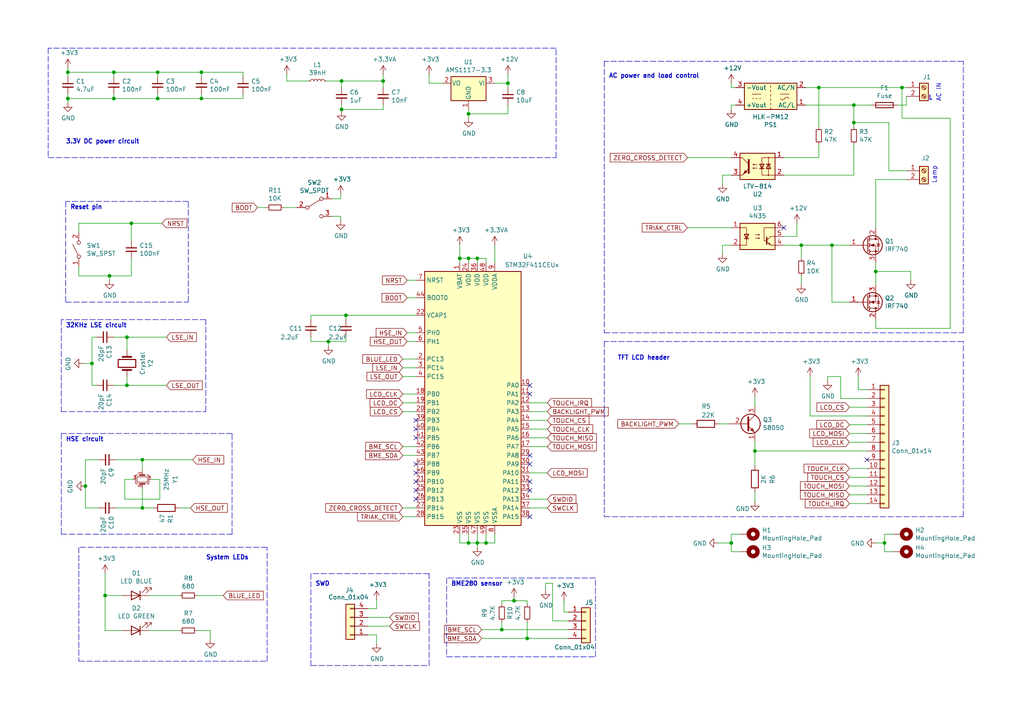
<source format=kicad_sch>
(kicad_sch (version 20211123) (generator eeschema)
  (paper "A4")
  (junction (at 58.42 20.955))
  (junction (at 36.83 97.79))
  (junction (at 256.54 157.48))
  (junction (at 247.65 35.56))
  (junction (at 45.72 20.955))
  (junction (at 95.25 99.06))
  (junction (at 41.275 147.32))
  (junction (at 261.62 25.4))
  (junction (at 133.35 74.93))
  (junction (at 138.43 74.93))
  (junction (at 212.09 157.48))
  (junction (at 36.83 111.76))
  (junction (at 145.542 182.626))
  (junction (at 33.02 28.575))
  (junction (at 237.49 25.4))
  (junction (at 30.48 172.72))
  (junction (at 99.06 31.75))
  (junction (at 152.908 185.166))
  (junction (at 232.41 71.12))
  (junction (at 58.42 28.575))
  (junction (at 138.43 157.48))
  (junction (at 147.32 24.13))
  (junction (at 241.3 71.12))
  (junction (at 99.06 23.495))
  (junction (at 254 78.74))
  (junction (at 24.765 140.97))
  (junction (at 135.89 33.02))
  (junction (at 31.75 80.01))
  (junction (at 100.33 91.44))
  (junction (at 140.97 157.48))
  (junction (at 111.125 23.495))
  (junction (at 149.098 174.244))
  (junction (at 33.02 20.955))
  (junction (at 135.89 74.93))
  (junction (at 19.685 20.955))
  (junction (at 218.948 130.81))
  (junction (at 135.89 157.48))
  (junction (at 26.67 105.41))
  (junction (at 19.685 28.575))
  (junction (at 247.65 30.48))
  (junction (at 45.72 28.575))
  (junction (at 38.1 64.77))
  (junction (at 41.275 133.35))
  (no_connect (at 120.65 137.16))
  (no_connect (at 153.67 142.24))
  (no_connect (at 227.33 66.04))
  (no_connect (at 120.65 142.24))
  (no_connect (at 120.65 144.78))
  (no_connect (at 251.46 133.35))
  (no_connect (at 153.67 149.86))
  (no_connect (at 153.67 132.08))
  (no_connect (at 153.67 134.62))
  (no_connect (at 120.65 139.7))
  (no_connect (at 153.67 114.3))
  (no_connect (at 153.67 139.7))
  (no_connect (at 120.65 124.46))
  (no_connect (at 153.67 111.76))
  (no_connect (at 120.65 127))
  (no_connect (at 120.65 134.62))
  (no_connect (at 120.65 121.92))
  (polyline (pts (xy 67.31 154.94) (xy 67.31 125.73)))
  (wire (pts (xy 46.355 139.065) (xy 46.355 144.78)))
  (wire (pts (xy 43.815 139.065) (xy 46.355 139.065)))
  (wire (pts (xy 26.67 111.76) (xy 26.67 105.41)))
  (wire (pts (xy 196.85 122.936) (xy 200.914 122.936)))
  (wire (pts (xy 99.06 23.495) (xy 94.615 23.495)))
  (wire (pts (xy 212.09 66.04) (xy 199.39 66.04)))
  (wire (pts (xy 256.54 160.02) (xy 256.54 157.48)))
  (wire (pts (xy 209.55 50.8) (xy 209.55 53.34)))
  (wire (pts (xy 45.72 20.955) (xy 33.02 20.955)))
  (wire (pts (xy 145.542 174.244) (xy 145.542 175.26)))
  (wire (pts (xy 52.07 182.88) (xy 43.18 182.88)))
  (wire (pts (xy 158.75 124.46) (xy 153.67 124.46)))
  (wire (pts (xy 231.14 68.58) (xy 231.14 64.77)))
  (wire (pts (xy 111.125 31.75) (xy 99.06 31.75)))
  (wire (pts (xy 247.65 41.91) (xy 247.65 50.8)))
  (wire (pts (xy 153.67 144.78) (xy 158.75 144.78)))
  (wire (pts (xy 237.49 36.83) (xy 237.49 25.4)))
  (polyline (pts (xy 17.78 125.73) (xy 17.78 154.94)))
  (wire (pts (xy 52.07 147.32) (xy 55.245 147.32)))
  (wire (pts (xy 254 76.2) (xy 254 78.74)))
  (wire (pts (xy 262.89 49.53) (xy 257.81 49.53)))
  (wire (pts (xy 251.46 118.11) (xy 246.38 118.11)))
  (wire (pts (xy 251.46 125.73) (xy 246.38 125.73)))
  (wire (pts (xy 100.33 92.71) (xy 100.33 91.44)))
  (wire (pts (xy 153.67 116.84) (xy 158.75 116.84)))
  (wire (pts (xy 218.948 130.81) (xy 218.948 135.128)))
  (wire (pts (xy 33.655 133.35) (xy 41.275 133.35)))
  (polyline (pts (xy 279.4 96.52) (xy 279.4 17.78)))
  (wire (pts (xy 147.32 25.4) (xy 147.32 24.13)))
  (wire (pts (xy 275.59 95.25) (xy 275.59 34.29)))
  (wire (pts (xy 227.33 68.58) (xy 231.14 68.58)))
  (polyline (pts (xy 279.4 149.86) (xy 279.4 99.06)))
  (polyline (pts (xy 172.72 167.64) (xy 129.54 167.64)))
  (polyline (pts (xy 77.47 158.75) (xy 22.86 158.75)))
  (wire (pts (xy 251.46 115.57) (xy 243.84 115.57)))
  (polyline (pts (xy 19.05 87.63) (xy 54.61 87.63)))
  (wire (pts (xy 120.65 99.06) (xy 118.11 99.06)))
  (wire (pts (xy 19.685 22.225) (xy 19.685 20.955)))
  (wire (pts (xy 89.535 23.495) (xy 83.185 23.495)))
  (wire (pts (xy 109.22 176.53) (xy 109.22 173.99)))
  (wire (pts (xy 46.355 144.78) (xy 36.195 144.78)))
  (wire (pts (xy 135.89 34.29) (xy 135.89 33.02)))
  (wire (pts (xy 164.846 180.086) (xy 160.274 180.086)))
  (wire (pts (xy 35.56 182.88) (xy 30.48 182.88)))
  (polyline (pts (xy 90.17 193.04) (xy 124.46 193.04)))
  (wire (pts (xy 100.33 91.44) (xy 90.17 91.44)))
  (wire (pts (xy 232.41 82.55) (xy 232.41 80.01)))
  (polyline (pts (xy 175.26 99.06) (xy 175.26 149.86)))
  (wire (pts (xy 133.35 74.93) (xy 133.35 71.12)))
  (wire (pts (xy 212.09 160.02) (xy 212.09 157.48)))
  (wire (pts (xy 139.7 185.166) (xy 152.908 185.166)))
  (wire (pts (xy 251.46 123.19) (xy 246.38 123.19)))
  (polyline (pts (xy 59.69 119.38) (xy 59.69 92.71)))
  (wire (pts (xy 90.17 91.44) (xy 90.17 92.71)))
  (wire (pts (xy 111.125 30.48) (xy 111.125 31.75)))
  (wire (pts (xy 254 92.71) (xy 254 95.25)))
  (wire (pts (xy 135.89 74.93) (xy 133.35 74.93)))
  (wire (pts (xy 99.06 25.4) (xy 99.06 23.495)))
  (wire (pts (xy 19.685 28.575) (xy 19.685 27.305)))
  (wire (pts (xy 251.46 143.51) (xy 246.38 143.51)))
  (wire (pts (xy 227.33 71.12) (xy 232.41 71.12)))
  (polyline (pts (xy 13.97 13.97) (xy 13.97 45.72)))
  (wire (pts (xy 247.65 50.8) (xy 227.33 50.8)))
  (wire (pts (xy 213.36 25.4) (xy 212.09 25.4)))
  (wire (pts (xy 247.65 30.48) (xy 252.73 30.48)))
  (wire (pts (xy 106.68 184.15) (xy 109.22 184.15)))
  (polyline (pts (xy 175.26 17.78) (xy 175.26 96.52)))
  (wire (pts (xy 33.02 28.575) (xy 19.685 28.575)))
  (polyline (pts (xy 279.4 17.78) (xy 175.26 17.78)))
  (wire (pts (xy 120.65 119.38) (xy 116.84 119.38)))
  (polyline (pts (xy 279.4 99.06) (xy 175.26 99.06)))
  (wire (pts (xy 120.65 129.54) (xy 116.84 129.54)))
  (wire (pts (xy 214.63 160.02) (xy 212.09 160.02)))
  (wire (pts (xy 111.125 21.59) (xy 111.125 23.495)))
  (wire (pts (xy 212.09 157.48) (xy 212.09 154.94)))
  (wire (pts (xy 60.96 182.88) (xy 60.96 185.42)))
  (wire (pts (xy 30.48 182.88) (xy 30.48 172.72)))
  (wire (pts (xy 82.296 60.198) (xy 86.106 60.198)))
  (polyline (pts (xy 54.61 87.63) (xy 54.61 58.42)))
  (wire (pts (xy 158.75 121.92) (xy 153.67 121.92)))
  (wire (pts (xy 38.1 69.85) (xy 38.1 64.77)))
  (wire (pts (xy 251.46 113.03) (xy 248.92 113.03)))
  (wire (pts (xy 120.65 147.32) (xy 116.84 147.32)))
  (wire (pts (xy 218.948 128.016) (xy 218.948 130.81)))
  (wire (pts (xy 218.948 115.062) (xy 218.948 117.856)))
  (wire (pts (xy 152.908 174.244) (xy 149.098 174.244)))
  (wire (pts (xy 45.72 28.575) (xy 33.02 28.575)))
  (wire (pts (xy 254 52.07) (xy 254 66.04)))
  (wire (pts (xy 111.125 23.495) (xy 99.06 23.495)))
  (wire (pts (xy 95.25 99.06) (xy 95.25 100.33)))
  (wire (pts (xy 237.49 41.91) (xy 237.49 45.72)))
  (wire (pts (xy 138.43 76.2) (xy 138.43 74.93)))
  (wire (pts (xy 46.99 64.77) (xy 38.1 64.77)))
  (polyline (pts (xy 54.61 58.42) (xy 19.05 58.42)))
  (wire (pts (xy 38.1 64.77) (xy 22.86 64.77)))
  (wire (pts (xy 140.97 74.93) (xy 138.43 74.93)))
  (wire (pts (xy 36.195 139.065) (xy 38.735 139.065)))
  (wire (pts (xy 58.42 27.305) (xy 58.42 28.575)))
  (wire (pts (xy 90.17 97.79) (xy 90.17 99.06)))
  (wire (pts (xy 33.655 147.32) (xy 41.275 147.32)))
  (polyline (pts (xy 22.86 191.77) (xy 77.47 191.77)))
  (polyline (pts (xy 77.47 191.77) (xy 77.47 158.75)))
  (wire (pts (xy 33.02 20.955) (xy 19.685 20.955)))
  (wire (pts (xy 261.62 34.29) (xy 261.62 25.4)))
  (wire (pts (xy 120.65 96.52) (xy 118.11 96.52)))
  (polyline (pts (xy 129.54 190.5) (xy 172.72 190.5)))
  (wire (pts (xy 147.32 33.02) (xy 135.89 33.02)))
  (wire (pts (xy 48.26 111.76) (xy 36.83 111.76)))
  (wire (pts (xy 120.65 86.36) (xy 118.11 86.36)))
  (wire (pts (xy 138.43 158.75) (xy 138.43 157.48)))
  (wire (pts (xy 31.75 80.01) (xy 31.75 81.28)))
  (wire (pts (xy 58.42 22.225) (xy 58.42 20.955)))
  (wire (pts (xy 140.97 157.48) (xy 143.51 157.48)))
  (polyline (pts (xy 129.54 167.64) (xy 129.54 190.5)))
  (wire (pts (xy 120.65 116.84) (xy 116.84 116.84)))
  (wire (pts (xy 257.81 35.56) (xy 247.65 35.56)))
  (polyline (pts (xy 175.26 149.86) (xy 279.4 149.86)))
  (wire (pts (xy 246.38 71.12) (xy 241.3 71.12)))
  (wire (pts (xy 120.65 106.68) (xy 116.84 106.68)))
  (wire (pts (xy 22.86 64.77) (xy 22.86 67.31)))
  (polyline (pts (xy 17.78 119.38) (xy 59.69 119.38)))
  (wire (pts (xy 24.13 105.41) (xy 26.67 105.41)))
  (wire (pts (xy 212.09 154.94) (xy 214.63 154.94)))
  (wire (pts (xy 152.908 185.166) (xy 164.846 185.166)))
  (wire (pts (xy 247.65 35.56) (xy 247.65 30.48)))
  (wire (pts (xy 140.97 154.94) (xy 140.97 157.48)))
  (wire (pts (xy 19.685 20.955) (xy 19.685 19.685)))
  (wire (pts (xy 38.1 74.93) (xy 38.1 80.01)))
  (wire (pts (xy 232.41 71.12) (xy 241.3 71.12)))
  (wire (pts (xy 251.46 130.81) (xy 218.948 130.81)))
  (wire (pts (xy 262.89 27.94) (xy 262.89 30.48)))
  (wire (pts (xy 70.485 20.955) (xy 58.42 20.955)))
  (wire (pts (xy 212.09 50.8) (xy 209.55 50.8)))
  (polyline (pts (xy 17.78 92.71) (xy 17.78 119.38)))
  (wire (pts (xy 260.35 30.48) (xy 262.89 30.48)))
  (wire (pts (xy 58.42 28.575) (xy 45.72 28.575)))
  (wire (pts (xy 218.948 145.542) (xy 218.948 142.748)))
  (wire (pts (xy 106.68 176.53) (xy 109.22 176.53)))
  (wire (pts (xy 251.46 138.43) (xy 246.38 138.43)))
  (wire (pts (xy 145.542 182.626) (xy 164.846 182.626)))
  (wire (pts (xy 26.67 97.79) (xy 27.94 97.79)))
  (wire (pts (xy 135.89 76.2) (xy 135.89 74.93)))
  (wire (pts (xy 48.26 97.79) (xy 36.83 97.79)))
  (wire (pts (xy 212.09 45.72) (xy 199.39 45.72)))
  (wire (pts (xy 83.185 23.495) (xy 83.185 21.59)))
  (wire (pts (xy 213.36 30.48) (xy 212.09 30.48)))
  (wire (pts (xy 237.49 25.4) (xy 261.62 25.4)))
  (wire (pts (xy 70.485 27.305) (xy 70.485 28.575)))
  (polyline (pts (xy 124.46 166.37) (xy 90.17 166.37)))
  (wire (pts (xy 254 95.25) (xy 275.59 95.25)))
  (wire (pts (xy 164.846 177.546) (xy 163.576 177.546)))
  (wire (pts (xy 243.84 109.22) (xy 240.03 109.22)))
  (wire (pts (xy 133.35 76.2) (xy 133.35 74.93)))
  (wire (pts (xy 35.56 172.72) (xy 30.48 172.72)))
  (wire (pts (xy 124.46 24.13) (xy 124.46 21.59)))
  (wire (pts (xy 36.83 101.6) (xy 36.83 97.79)))
  (wire (pts (xy 211.328 122.936) (xy 208.534 122.936)))
  (wire (pts (xy 251.46 128.27) (xy 246.38 128.27)))
  (wire (pts (xy 99.06 32.385) (xy 99.06 31.75)))
  (wire (pts (xy 98.806 62.738) (xy 96.266 62.738)))
  (wire (pts (xy 36.83 97.79) (xy 33.02 97.79)))
  (wire (pts (xy 52.07 172.72) (xy 43.18 172.72)))
  (wire (pts (xy 147.32 24.13) (xy 147.32 21.59)))
  (wire (pts (xy 28.575 133.35) (xy 24.765 133.35)))
  (wire (pts (xy 143.51 76.2) (xy 143.51 71.12)))
  (polyline (pts (xy 172.72 190.5) (xy 172.72 167.64)))
  (wire (pts (xy 135.89 33.02) (xy 135.89 31.75)))
  (wire (pts (xy 22.86 80.01) (xy 31.75 80.01)))
  (wire (pts (xy 251.46 135.89) (xy 246.38 135.89)))
  (polyline (pts (xy 90.17 166.37) (xy 90.17 193.04)))
  (wire (pts (xy 138.43 157.48) (xy 140.97 157.48)))
  (polyline (pts (xy 124.46 193.04) (xy 124.46 166.37)))
  (wire (pts (xy 143.51 157.48) (xy 143.51 154.94)))
  (polyline (pts (xy 22.86 158.75) (xy 22.86 191.77)))
  (wire (pts (xy 209.55 71.12) (xy 209.55 73.66)))
  (wire (pts (xy 120.65 104.14) (xy 116.84 104.14)))
  (wire (pts (xy 57.15 182.88) (xy 60.96 182.88)))
  (wire (pts (xy 90.17 99.06) (xy 95.25 99.06)))
  (wire (pts (xy 241.3 71.12) (xy 241.3 87.63)))
  (wire (pts (xy 158.75 129.54) (xy 153.67 129.54)))
  (wire (pts (xy 58.42 20.955) (xy 45.72 20.955)))
  (wire (pts (xy 243.84 115.57) (xy 243.84 109.22)))
  (wire (pts (xy 275.59 34.29) (xy 261.62 34.29)))
  (wire (pts (xy 256.54 154.94) (xy 259.08 154.94)))
  (wire (pts (xy 254 157.48) (xy 256.54 157.48)))
  (wire (pts (xy 149.098 174.244) (xy 145.542 174.244)))
  (wire (pts (xy 27.94 111.76) (xy 26.67 111.76)))
  (polyline (pts (xy 59.69 92.71) (xy 17.78 92.71)))
  (wire (pts (xy 113.03 179.07) (xy 106.68 179.07)))
  (wire (pts (xy 234.95 120.65) (xy 234.95 109.22)))
  (polyline (pts (xy 19.05 58.42) (xy 19.05 87.63)))
  (wire (pts (xy 256.54 157.48) (xy 256.54 154.94)))
  (wire (pts (xy 163.576 177.546) (xy 163.576 174.244)))
  (wire (pts (xy 22.86 77.47) (xy 22.86 80.01)))
  (wire (pts (xy 98.806 64.008) (xy 98.806 62.738)))
  (wire (pts (xy 212.09 25.4) (xy 212.09 24.13)))
  (wire (pts (xy 145.542 180.34) (xy 145.542 182.626)))
  (wire (pts (xy 208.28 157.48) (xy 212.09 157.48)))
  (wire (pts (xy 36.195 144.78) (xy 36.195 139.065)))
  (wire (pts (xy 233.68 25.4) (xy 237.49 25.4)))
  (wire (pts (xy 264.16 81.28) (xy 264.16 78.74)))
  (wire (pts (xy 98.806 57.658) (xy 96.266 57.658)))
  (wire (pts (xy 36.83 109.22) (xy 36.83 111.76)))
  (wire (pts (xy 153.67 147.32) (xy 158.75 147.32)))
  (wire (pts (xy 138.43 74.93) (xy 135.89 74.93)))
  (wire (pts (xy 248.92 113.03) (xy 248.92 109.22)))
  (polyline (pts (xy 161.29 45.72) (xy 161.29 13.97)))
  (wire (pts (xy 120.65 149.86) (xy 116.84 149.86)))
  (wire (pts (xy 45.72 27.305) (xy 45.72 28.575)))
  (wire (pts (xy 251.46 146.05) (xy 246.38 146.05)))
  (wire (pts (xy 143.51 24.13) (xy 147.32 24.13)))
  (wire (pts (xy 241.3 87.63) (xy 246.38 87.63)))
  (wire (pts (xy 113.03 181.61) (xy 106.68 181.61)))
  (polyline (pts (xy 17.78 154.94) (xy 67.31 154.94)))
  (wire (pts (xy 152.908 180.34) (xy 152.908 185.166)))
  (wire (pts (xy 30.48 172.72) (xy 30.48 166.37)))
  (wire (pts (xy 33.02 22.225) (xy 33.02 20.955)))
  (wire (pts (xy 120.65 81.28) (xy 118.11 81.28)))
  (wire (pts (xy 240.03 109.22) (xy 240.03 110.49)))
  (polyline (pts (xy 175.26 96.52) (xy 279.4 96.52)))
  (wire (pts (xy 45.72 22.225) (xy 45.72 20.955)))
  (wire (pts (xy 128.27 24.13) (xy 124.46 24.13)))
  (wire (pts (xy 55.88 133.35) (xy 41.275 133.35)))
  (polyline (pts (xy 67.31 125.73) (xy 17.78 125.73)))
  (wire (pts (xy 41.275 133.35) (xy 41.275 136.525)))
  (wire (pts (xy 26.67 105.41) (xy 26.67 97.79)))
  (wire (pts (xy 251.46 120.65) (xy 234.95 120.65)))
  (wire (pts (xy 251.46 140.97) (xy 246.38 140.97)))
  (wire (pts (xy 259.08 160.02) (xy 256.54 160.02)))
  (wire (pts (xy 135.89 157.48) (xy 138.43 157.48)))
  (wire (pts (xy 44.45 147.32) (xy 41.275 147.32)))
  (wire (pts (xy 152.908 175.26) (xy 152.908 174.244)))
  (wire (pts (xy 138.43 154.94) (xy 138.43 157.48)))
  (wire (pts (xy 247.65 35.56) (xy 247.65 36.83)))
  (wire (pts (xy 111.125 25.4) (xy 111.125 23.495)))
  (wire (pts (xy 100.33 99.06) (xy 95.25 99.06)))
  (wire (pts (xy 233.68 30.48) (xy 247.65 30.48)))
  (wire (pts (xy 262.89 52.07) (xy 254 52.07)))
  (wire (pts (xy 254 78.74) (xy 254 82.55)))
  (wire (pts (xy 64.77 172.72) (xy 57.15 172.72)))
  (wire (pts (xy 99.06 31.75) (xy 99.06 30.48)))
  (wire (pts (xy 139.7 182.626) (xy 145.542 182.626)))
  (wire (pts (xy 135.89 154.94) (xy 135.89 157.48)))
  (wire (pts (xy 264.16 78.74) (xy 254 78.74)))
  (wire (pts (xy 212.09 30.48) (xy 212.09 31.75)))
  (wire (pts (xy 160.274 169.164) (xy 158.242 169.164)))
  (wire (pts (xy 120.65 114.3) (xy 116.84 114.3)))
  (wire (pts (xy 140.97 76.2) (xy 140.97 74.93)))
  (wire (pts (xy 100.33 97.79) (xy 100.33 99.06)))
  (wire (pts (xy 149.098 173.228) (xy 149.098 174.244)))
  (wire (pts (xy 33.02 27.305) (xy 33.02 28.575)))
  (wire (pts (xy 19.685 29.845) (xy 19.685 28.575)))
  (wire (pts (xy 232.41 74.93) (xy 232.41 71.12)))
  (wire (pts (xy 158.75 127) (xy 153.67 127)))
  (wire (pts (xy 261.62 25.4) (xy 262.89 25.4)))
  (wire (pts (xy 41.275 147.32) (xy 41.275 141.605)))
  (wire (pts (xy 257.81 49.53) (xy 257.81 35.56)))
  (wire (pts (xy 38.1 80.01) (xy 31.75 80.01)))
  (wire (pts (xy 70.485 22.225) (xy 70.485 20.955)))
  (wire (pts (xy 158.75 137.16) (xy 153.67 137.16)))
  (wire (pts (xy 133.35 157.48) (xy 135.89 157.48)))
  (wire (pts (xy 24.765 140.97) (xy 24.765 147.32)))
  (wire (pts (xy 70.485 28.575) (xy 58.42 28.575)))
  (wire (pts (xy 147.32 30.48) (xy 147.32 33.02)))
  (wire (pts (xy 212.09 71.12) (xy 209.55 71.12)))
  (wire (pts (xy 109.22 184.15) (xy 109.22 186.69)))
  (wire (pts (xy 120.65 132.08) (xy 116.84 132.08)))
  (wire (pts (xy 36.83 111.76) (xy 33.02 111.76)))
  (wire (pts (xy 158.75 119.38) (xy 153.67 119.38)))
  (polyline (pts (xy 161.29 13.97) (xy 13.97 13.97)))
  (wire (pts (xy 74.676 60.198) (xy 77.216 60.198)))
  (wire (pts (xy 120.65 109.22) (xy 116.84 109.22)))
  (wire (pts (xy 24.765 133.35) (xy 24.765 140.97)))
  (wire (pts (xy 98.806 56.388) (xy 98.806 57.658)))
  (wire (pts (xy 237.49 45.72) (xy 227.33 45.72)))
  (wire (pts (xy 160.274 180.086) (xy 160.274 169.164)))
  (wire (pts (xy 158.242 169.164) (xy 158.242 171.196)))
  (wire (pts (xy 120.65 91.44) (xy 100.33 91.44)))
  (wire (pts (xy 133.35 154.94) (xy 133.35 157.48)))
  (wire (pts (xy 24.765 147.32) (xy 28.575 147.32)))
  (polyline (pts (xy 13.97 45.72) (xy 161.29 45.72)))
  (text "AC power and load control\n" (at 176.53 22.86 0) (effects (font (size 1.27 1.27) (thickness 0.254) bold) (justify left bottom)))
  (text "HSE circuit" (at 19.05 128.27 0) (effects (font (size 1.27 1.27) (thickness 0.254) bold) (justify left bottom)))
  (text "3.3V DC power circuit" (at 19.05 41.91 0) (effects (font (size 1.27 1.27) (thickness 0.254) bold) (justify left bottom)))
  (text "System LEDs" (at 59.69 162.56 0) (effects (font (size 1.27 1.27) (thickness 0.254) bold) (justify left bottom)))
  (text "Lamp\n" (at 271.78 53.34 90) (effects (font (size 1.27 1.27)) (justify left bottom)))
  (text "32KHz LSE circuit" (at 19.05 95.25 0) (effects (font (size 1.27 1.27) (thickness 0.254) bold) (justify left bottom)))
  (text "AC IN" (at 273.05 24.13 270) (effects (font (size 1.27 1.27)) (justify right bottom)))
  (text "SWD" (at 91.44 170.18 0) (effects (font (size 1.27 1.27) (thickness 0.254) bold) (justify left bottom)))
  (text "Reset pin" (at 20.32 60.96 0) (effects (font (size 1.27 1.27) (thickness 0.254) bold) (justify left bottom)))
  (text "L" (at 269.24 29.21 0) (effects (font (size 1.27 1.27) (thickness 0.254) bold) (justify left bottom)))
  (text "BME280 sensor" (at 130.81 170.18 0) (effects (font (size 1.27 1.27) (thickness 0.254) bold) (justify left bottom)))
  (text "TFT LCD header\n " (at 179.07 106.68 0) (effects (font (size 1.27 1.27) (thickness 0.254) bold) (justify left bottom)))
  (global_label "NRST" (shape input) (at 118.11 81.28 180) (property "Intersheet References" "${INTERSHEET_REFS}" (effects hide)))
  (global_label "LSE_IN" (shape input) (at 116.84 106.68 180) (property "Intersheet References" "${INTERSHEET_REFS}" (effects hide)))
  (global_label "LCD_DC" (shape input) (at 116.84 116.84 180) (property "Intersheet References" "${INTERSHEET_REFS}" (effects hide)))
  (global_label "BLUE_LED" (shape input) (at 116.84 104.14 180) (property "Intersheet References" "${INTERSHEET_REFS}" (effects hide)))
  (global_label "SWDIO" (shape input) (at 158.75 144.78 0) (property "Intersheet References" "${INTERSHEET_REFS}" (effects hide)))
  (global_label "HSE_OUT" (shape input) (at 118.11 99.06 180) (property "Intersheet References" "${INTERSHEET_REFS}" (effects hide)))
  (global_label "SWCLK" (shape input) (at 113.03 181.61 0) (property "Intersheet References" "${INTERSHEET_REFS}" (effects hide)))
  (global_label "BOOT" (shape input) (at 74.676 60.198 180) (property "Intersheet References" "${INTERSHEET_REFS}" (effects hide)))
  (global_label "TOUCH_IRQ" (shape input) (at 246.38 146.05 180) (property "Intersheet References" "${INTERSHEET_REFS}" (effects hide)))
  (global_label "BME_SDA" (shape input) (at 116.84 132.08 180) (property "Intersheet References" "${INTERSHEET_REFS}" (effects hide)))
  (global_label "TRIAK_CTRL" (shape input) (at 116.84 149.86 180) (property "Intersheet References" "${INTERSHEET_REFS}" (effects hide)))
  (global_label "BACKLIGHT_PWM" (shape input) (at 158.75 119.38 0) (property "Intersheet References" "${INTERSHEET_REFS}" (effects hide)))
  (global_label "HSE_IN" (shape input) (at 118.11 96.52 180) (property "Intersheet References" "${INTERSHEET_REFS}" (effects hide)))
  (global_label "TOUCH_MISO" (shape input) (at 158.75 127 0) (property "Intersheet References" "${INTERSHEET_REFS}" (effects hide)))
  (global_label "SWDIO" (shape input) (at 113.03 179.07 0) (property "Intersheet References" "${INTERSHEET_REFS}" (effects hide)))
  (global_label "TOUCH_CLK" (shape input) (at 246.38 135.89 180) (property "Intersheet References" "${INTERSHEET_REFS}" (effects hide)))
  (global_label "TOUCH_MOSI" (shape input) (at 158.75 129.54 0) (property "Intersheet References" "${INTERSHEET_REFS}" (effects hide)))
  (global_label "HSE_IN" (shape input) (at 55.88 133.35 0) (property "Intersheet References" "${INTERSHEET_REFS}" (effects hide)))
  (global_label "BME_SCL" (shape input) (at 116.84 129.54 180) (property "Intersheet References" "${INTERSHEET_REFS}" (effects hide)))
  (global_label "TOUCH_CS" (shape input) (at 158.75 121.92 0) (property "Intersheet References" "${INTERSHEET_REFS}" (effects hide)))
  (global_label "LCD_MOSI" (shape input) (at 158.75 137.16 0) (property "Intersheet References" "${INTERSHEET_REFS}" (effects hide)))
  (global_label "BOOT" (shape input) (at 118.11 86.36 180) (property "Intersheet References" "${INTERSHEET_REFS}" (effects hide)))
  (global_label "ZERO_CROSS_DETECT" (shape input) (at 116.84 147.32 180) (property "Intersheet References" "${INTERSHEET_REFS}" (effects hide)))
  (global_label "ZERO_CROSS_DETECT" (shape input) (at 199.39 45.72 180) (property "Intersheet References" "${INTERSHEET_REFS}" (effects hide)))
  (global_label "LCD_DC" (shape input) (at 246.38 123.19 180) (property "Intersheet References" "${INTERSHEET_REFS}" (effects hide)))
  (global_label "BME_SDA" (shape input) (at 139.7 185.166 180) (property "Intersheet References" "${INTERSHEET_REFS}" (effects hide)))
  (global_label "NRST" (shape input) (at 46.99 64.77 0) (property "Intersheet References" "${INTERSHEET_REFS}" (effects hide)))
  (global_label "TRIAK_CTRL" (shape input) (at 199.39 66.04 180) (property "Intersheet References" "${INTERSHEET_REFS}" (effects hide)))
  (global_label "BLUE_LED" (shape input) (at 64.77 172.72 0) (property "Intersheet References" "${INTERSHEET_REFS}" (effects hide)))
  (global_label "LCD_CLK" (shape input) (at 116.84 114.3 180) (property "Intersheet References" "${INTERSHEET_REFS}" (effects hide)))
  (global_label "TOUCH_CLK" (shape input) (at 158.75 124.46 0) (property "Intersheet References" "${INTERSHEET_REFS}" (effects hide)))
  (global_label "HSE_OUT" (shape input) (at 55.245 147.32 0) (property "Intersheet References" "${INTERSHEET_REFS}" (effects hide)))
  (global_label "LSE_OUT" (shape input) (at 48.26 111.76 0) (property "Intersheet References" "${INTERSHEET_REFS}" (effects hide)))
  (global_label "LCD_CS" (shape input) (at 246.38 118.11 180) (property "Intersheet References" "${INTERSHEET_REFS}" (effects hide)))
  (global_label "BACKLIGHT_PWM" (shape input) (at 196.85 122.936 180) (property "Intersheet References" "${INTERSHEET_REFS}" (effects hide)))
  (global_label "TOUCH_MISO" (shape input) (at 246.38 143.51 180) (property "Intersheet References" "${INTERSHEET_REFS}" (effects hide)))
  (global_label "TOUCH_MOSI" (shape input) (at 246.38 140.97 180) (property "Intersheet References" "${INTERSHEET_REFS}" (effects hide)))
  (global_label "LCD_CS" (shape input) (at 116.84 119.38 180) (property "Intersheet References" "${INTERSHEET_REFS}" (effects hide)))
  (global_label "LSE_IN" (shape input) (at 48.26 97.79 0) (property "Intersheet References" "${INTERSHEET_REFS}" (effects hide)))
  (global_label "LCD_CLK" (shape input) (at 246.38 128.27 180) (property "Intersheet References" "${INTERSHEET_REFS}" (effects hide)))
  (global_label "BME_SCL" (shape input) (at 139.7 182.626 180) (property "Intersheet References" "${INTERSHEET_REFS}" (effects hide)))
  (global_label "TOUCH_CS" (shape input) (at 246.38 138.43 180) (property "Intersheet References" "${INTERSHEET_REFS}" (effects hide)))
  (global_label "LSE_OUT" (shape input) (at 116.84 109.22 180) (property "Intersheet References" "${INTERSHEET_REFS}" (effects hide)))
  (global_label "TOUCH_IRQ" (shape input) (at 158.75 116.84 0) (property "Intersheet References" "${INTERSHEET_REFS}" (effects hide)))
  (global_label "SWCLK" (shape input) (at 158.75 147.32 0) (property "Intersheet References" "${INTERSHEET_REFS}" (effects hide)))
  (global_label "LCD_MOSI" (shape input) (at 246.38 125.73 180) (property "Intersheet References" "${INTERSHEET_REFS}" (effects hide)))
  (symbol (lib_id "MCU_ST_STM32F4:STM32F411CEUx") (at 138.43 114.3 0) (unit 1)
    (property "Reference" "U4" (at 153.035 74.295 0))
    (property "Value" "STM32F411CEUx" (at 154.305 76.835 0))
    (property "Footprint" "Package_DFN_QFN:QFN-48-1EP_7x7mm_P0.5mm_EP5.6x5.6mm" (effects hide))
    (property "Datasheet" "http://www.st.com/st-web-ui/static/active/en/resource/technical/document/datasheet/DM00115249.pdf" (effects hide))
    (property "LCSC Part #" "C60420" (effects hide))
  )
  (symbol (lib_id "Device:Crystal_GND24_Small") (at 41.275 139.065 270) (unit 1)
    (property "Reference" "Y1" (at 50.8 137.795 0) (effects (justify left)))
    (property "Value" "25MHz" (at 48.26 135.89 0) (effects (justify left)))
    (property "Footprint" "Crystal:Crystal_SMD_3225-4Pin_3.2x2.5mm" (effects hide))
    (property "LCSC Part #" "C9006" (effects hide))
  )
  (symbol (lib_id "Device:C_Small") (at 31.115 147.32 270) (unit 1)
    (property "Reference" "C10" (at 32.2834 149.6568 0) (effects (justify left)))
    (property "Value" "20pF" (at 29.972 149.6568 0) (effects (justify left)))
    (property "Footprint" "Capacitor_SMD:C_0402_1005Metric" (effects hide))
    (property "LCSC Part #" "C1554" (effects hide))
  )
  (symbol (lib_id "Device:C_Small") (at 31.115 133.35 270) (unit 1)
    (property "Reference" "C9" (at 32.2834 135.6868 0) (effects (justify left)))
    (property "Value" "20pF" (at 29.972 135.6868 0) (effects (justify left)))
    (property "Footprint" "Capacitor_SMD:C_0402_1005Metric" (effects hide))
    (property "LCSC Part #" "C1554" (effects hide))
  )
  (symbol (lib_id "power:GND") (at 24.765 140.97 270) (unit 1)
    (property "Reference" "#PWR015" (effects hide))
    (property "Value" "GND" (at 20.3708 141.097 0))
  )
  (symbol (lib_id "Device:R") (at 48.26 147.32 270) (unit 1)
    (property "Reference" "R1" (at 49.4284 149.098 0) (effects (justify left)))
    (property "Value" "47" (at 47.117 149.098 0) (effects (justify left)))
    (property "Footprint" "Resistor_SMD:R_0402_1005Metric" (effects hide))
    (property "LCSC Part #" "C25118" (effects hide))
  )
  (symbol (lib_id "power:+3.3V") (at 133.35 71.12 0) (unit 1)
    (property "Reference" "#PWR012" (effects hide))
    (property "Value" "+3.3V" (at 133.731 66.7258 0))
  )
  (symbol (lib_id "Connector:Screw_Terminal_01x02") (at 267.97 25.4 0) (unit 1)
    (property "Reference" "J1" (at 267.6652 22.352 0) (effects (justify left)))
    (property "Value" "Screw_Terminal_01x02" (effects hide))
    (property "Footprint" "TerminalBlock:TerminalBlock_bornier-2_P5.08mm" (effects hide))
  )
  (symbol (lib_id "Connector:Screw_Terminal_01x02") (at 267.97 49.53 0) (unit 1)
    (property "Reference" "J2" (at 267.2588 45.8724 0) (effects (justify left)))
    (property "Value" "Screw_Terminal_01x02" (effects hide))
    (property "Footprint" "TerminalBlock:TerminalBlock_bornier-2_P5.08mm" (effects hide))
  )
  (symbol (lib_id "Converter_ACDC:HLK-PM12") (at 223.52 27.94 180) (unit 1)
    (property "Reference" "PS1" (at 223.52 36.195 0))
    (property "Value" "HLK-PM12" (at 223.52 33.8836 0))
    (property "Footprint" "Converter_ACDC:Converter_ACDC_HiLink_HLK-PMxx" (effects hide))
    (property "Datasheet" "http://www.hlktech.net/product_detail.php?ProId=56" (effects hide))
  )
  (symbol (lib_id "power:GND") (at 95.25 100.33 0) (unit 1)
    (property "Reference" "#PWR018" (effects hide))
    (property "Value" "GND" (at 95.377 104.7242 0))
  )
  (symbol (lib_id "power:GND") (at 138.43 158.75 0) (unit 1)
    (property "Reference" "#PWR027" (effects hide))
    (property "Value" "GND" (at 138.557 163.1442 0))
  )
  (symbol (lib_id "Device:Fuse") (at 256.54 30.48 270) (unit 1)
    (property "Reference" "F1" (at 256.54 25.4762 90))
    (property "Value" "Fuse" (at 256.54 27.7876 90))
    (property "Footprint" "Fuse:Fuseholder_Cylinder-5x20mm_Stelvio-Kontek_PTF78_Horizontal_Open" (effects hide))
  )
  (symbol (lib_id "Device:C_Small") (at 19.685 24.765 0) (unit 1)
    (property "Reference" "C1" (at 22.0218 23.5966 0) (effects (justify left)))
    (property "Value" "4.7uF" (at 22.0218 25.908 0) (effects (justify left)))
    (property "Footprint" "Capacitor_SMD:C_0402_1005Metric" (effects hide))
    (property "LCSC Part #" "C23733" (effects hide))
  )
  (symbol (lib_id "Device:C_Small") (at 33.02 24.765 0) (unit 1)
    (property "Reference" "C2" (at 35.3568 23.5966 0) (effects (justify left)))
    (property "Value" "100nF" (at 35.3568 25.908 0) (effects (justify left)))
    (property "Footprint" "Capacitor_SMD:C_0402_1005Metric" (effects hide))
    (property "LCSC Part #" "C1525" (effects hide))
  )
  (symbol (lib_id "Device:C_Small") (at 45.72 24.765 0) (unit 1)
    (property "Reference" "C3" (at 48.0568 23.5966 0) (effects (justify left)))
    (property "Value" "100nF" (at 48.0568 25.908 0) (effects (justify left)))
    (property "Footprint" "Capacitor_SMD:C_0402_1005Metric" (effects hide))
    (property "LCSC Part #" "C1525" (effects hide))
  )
  (symbol (lib_id "Device:C_Small") (at 58.42 24.765 0) (unit 1)
    (property "Reference" "C4" (at 60.7568 23.5966 0) (effects (justify left)))
    (property "Value" "100nF" (at 60.7568 25.908 0) (effects (justify left)))
    (property "Footprint" "Capacitor_SMD:C_0402_1005Metric" (effects hide))
    (property "LCSC Part #" "C1525" (effects hide))
  )
  (symbol (lib_id "power:+3.3V") (at 19.685 19.685 0) (unit 1)
    (property "Reference" "#PWR03" (effects hide))
    (property "Value" "+3.3V" (at 20.066 15.2908 0))
  )
  (symbol (lib_id "power:GND") (at 19.685 29.845 0) (unit 1)
    (property "Reference" "#PWR07" (effects hide))
    (property "Value" "GND" (at 19.812 34.2392 0))
  )
  (symbol (lib_id "Device:C_Small") (at 70.485 24.765 0) (unit 1)
    (property "Reference" "C5" (at 72.8218 23.5966 0) (effects (justify left)))
    (property "Value" "100nF" (at 72.8218 25.908 0) (effects (justify left)))
    (property "Footprint" "Capacitor_SMD:C_0402_1005Metric" (effects hide))
    (property "LCSC Part #" "C1525" (effects hide))
  )
  (symbol (lib_id "power:+12V") (at 212.09 24.13 0) (unit 1)
    (property "Reference" "#PWR06" (effects hide))
    (property "Value" "+12V" (at 212.471 19.7358 0))
  )
  (symbol (lib_id "power:GND") (at 212.09 31.75 0) (unit 1)
    (property "Reference" "#PWR09" (effects hide))
    (property "Value" "GND" (at 212.217 36.1442 0))
  )
  (symbol (lib_id "Device:L_Small") (at 92.075 23.495 90) (unit 1)
    (property "Reference" "L1" (at 92.075 18.796 90))
    (property "Value" "39nH" (at 92.075 21.1074 90))
    (property "Footprint" "Inductor_SMD:L_0402_1005Metric" (effects hide))
    (property "LCSC Part #" "C26443" (effects hide))
  )
  (symbol (lib_id "power:+3.3V") (at 83.185 21.59 0) (unit 1)
    (property "Reference" "#PWR01" (effects hide))
    (property "Value" "+3.3V" (at 83.566 17.1958 0))
  )
  (symbol (lib_id "Device:C_Small") (at 99.06 27.94 0) (unit 1)
    (property "Reference" "C6" (at 101.3968 26.7716 0) (effects (justify left)))
    (property "Value" "1uF" (at 101.3968 29.083 0) (effects (justify left)))
    (property "Footprint" "Capacitor_SMD:C_0402_1005Metric" (effects hide))
    (property "LCSC Part #" "C52923" (effects hide))
  )
  (symbol (lib_id "Device:C_Small") (at 111.125 27.94 0) (unit 1)
    (property "Reference" "C7" (at 113.4618 26.7716 0) (effects (justify left)))
    (property "Value" "10nF" (at 113.4618 29.083 0) (effects (justify left)))
    (property "Footprint" "Capacitor_SMD:C_0402_1005Metric" (effects hide))
    (property "LCSC Part #" "C15195" (effects hide))
  )
  (symbol (lib_id "Regulator_Linear:AMS1117-3.3") (at 135.89 24.13 0) (mirror y) (unit 1)
    (property "Reference" "U1" (at 135.89 17.9832 0))
    (property "Value" "AMS1117-3.3" (at 135.89 20.2946 0))
    (property "Footprint" "Package_TO_SOT_SMD:SOT-223-3_TabPin2" (effects hide))
    (property "Datasheet" "http://www.advanced-monolithic.com/pdf/ds1117.pdf" (effects hide))
    (property "LCSC Part #" "C6186" (effects hide))
  )
  (symbol (lib_id "power:GND") (at 135.89 34.29 0) (unit 1)
    (property "Reference" "#PWR010" (effects hide))
    (property "Value" "GND" (at 136.017 38.6842 0))
  )
  (symbol (lib_id "power:+12V") (at 147.32 21.59 0) (unit 1)
    (property "Reference" "#PWR05" (effects hide))
    (property "Value" "+12V" (at 147.701 17.1958 0))
  )
  (symbol (lib_id "power:GND") (at 99.06 32.385 0) (unit 1)
    (property "Reference" "#PWR08" (effects hide))
    (property "Value" "GND" (at 99.187 36.7792 0))
  )
  (symbol (lib_id "power:+3.3V") (at 124.46 21.59 0) (unit 1)
    (property "Reference" "#PWR04" (effects hide))
    (property "Value" "+3.3V" (at 124.841 17.1958 0))
  )
  (symbol (lib_id "power:+3.3VA") (at 111.125 21.59 0) (unit 1)
    (property "Reference" "#PWR02" (effects hide))
    (property "Value" "+3.3VA" (at 111.506 17.1958 0))
  )
  (symbol (lib_id "Device:C_Small") (at 100.33 95.25 0) (unit 1)
    (property "Reference" "C12" (at 95.25 95.25 0) (effects (justify left)))
    (property "Value" "2.2uF" (at 95.25 97.79 0) (effects (justify left)))
    (property "Footprint" "Capacitor_SMD:C_0603_1608Metric" (effects hide))
    (property "LCSC Part #" "C23630" (effects hide))
  )
  (symbol (lib_id "Transistor_BJT:S8050") (at 216.408 122.936 0) (unit 1)
    (property "Reference" "Q3" (at 221.234 121.7676 0) (effects (justify left)))
    (property "Value" "S8050" (at 221.234 124.079 0) (effects (justify left)))
    (property "Footprint" "Package_TO_SOT_SMD:SOT-23" (effects hide))
    (property "Datasheet" "http://www.unisonic.com.tw/datasheet/S8050.pdf" (effects hide))
    (property "LCSC Part #" "C2146" (effects hide))
  )
  (symbol (lib_id "power:GND") (at 218.948 145.542 0) (unit 1)
    (property "Reference" "#PWR036" (effects hide))
    (property "Value" "GND" (at 215.392 147.574 0))
  )
  (symbol (lib_id "Device:R") (at 218.948 138.938 180) (unit 1)
    (property "Reference" "R6" (at 224.028 137.668 90) (effects (justify left)))
    (property "Value" "2K" (at 221.488 137.668 90) (effects (justify left)))
    (property "Footprint" "Resistor_SMD:R_0402_1005Metric" (effects hide))
    (property "LCSC Part #" "C4109" (effects hide))
  )
  (symbol (lib_id "power:GND") (at 209.55 73.66 0) (unit 1)
    (property "Reference" "#PWR019" (effects hide))
    (property "Value" "GND" (at 209.677 78.0542 0))
  )
  (symbol (lib_id "Isolator:LTV-814") (at 219.71 48.26 0) (mirror y) (unit 1)
    (property "Reference" "U2" (at 219.71 56.3118 0))
    (property "Value" "LTV-814" (at 219.71 54.0004 0))
    (property "Footprint" "Package_DIP:DIP-4_W7.62mm" (effects hide))
    (property "Datasheet" "https://optoelectronics.liteon.com/upload/download/DS-70-96-0013/LTV-8X4%20series%20201509.pdf" (effects hide))
  )
  (symbol (lib_id "Isolator:4N35") (at 219.71 68.58 0) (unit 1)
    (property "Reference" "U3" (at 219.71 60.325 0))
    (property "Value" "4N35" (at 219.71 62.6364 0))
    (property "Footprint" "Package_DIP:SMDIP-6_W9.53mm_Clearance8mm" (effects hide))
    (property "Datasheet" "https://www.vishay.com/docs/81181/4n35.pdf" (effects hide))
  )
  (symbol (lib_id "power:GND") (at 109.22 186.69 0) (unit 1)
    (property "Reference" "#PWR029" (effects hide))
    (property "Value" "GND" (at 109.347 191.0842 0))
  )
  (symbol (lib_id "power:+3.3V") (at 109.22 173.99 0) (unit 1)
    (property "Reference" "#PWR028" (effects hide))
    (property "Value" "+3.3V" (at 109.601 169.5958 0))
  )
  (symbol (lib_id "Device:Crystal") (at 36.83 105.41 270) (unit 1)
    (property "Reference" "Y2" (at 43.6372 105.41 0))
    (property "Value" "Crystal" (at 41.3258 105.41 0))
    (property "Footprint" "Crystal:Crystal_SMD_3215-2Pin_3.2x1.5mm" (effects hide))
    (property "LCSC Part #" "C32346" (effects hide))
  )
  (symbol (lib_id "Device:C_Small") (at 30.48 111.76 270) (unit 1)
    (property "Reference" "C14" (at 31.6484 114.0968 0) (effects (justify left)))
    (property "Value" "20pF" (at 29.337 114.0968 0) (effects (justify left)))
    (property "Footprint" "Capacitor_SMD:C_0402_1005Metric" (effects hide))
    (property "LCSC Part #" "C1554" (effects hide))
  )
  (symbol (lib_id "Device:C_Small") (at 30.48 97.79 270) (unit 1)
    (property "Reference" "C13" (at 31.6484 100.1268 0) (effects (justify left)))
    (property "Value" "20pF" (at 29.337 100.1268 0) (effects (justify left)))
    (property "Footprint" "Capacitor_SMD:C_0402_1005Metric" (effects hide))
    (property "LCSC Part #" "C1554" (effects hide))
  )
  (symbol (lib_id "power:GND") (at 24.13 105.41 270) (unit 1)
    (property "Reference" "#PWR022" (effects hide))
    (property "Value" "GND" (at 19.7358 105.537 0))
  )
  (symbol (lib_id "Device:LED") (at 39.37 172.72 180) (unit 1)
    (property "Reference" "D1" (at 39.5478 166.243 0))
    (property "Value" "LED BLUE" (at 39.5478 168.5544 0))
    (property "Footprint" "LED_SMD:LED_0603_1608Metric" (effects hide))
    (property "LCSC Part #" "C72041" (effects hide))
  )
  (symbol (lib_id "Device:LED") (at 39.37 182.88 180) (unit 1)
    (property "Reference" "D2" (at 39.5478 176.403 0))
    (property "Value" "LED GREEN" (at 39.5478 178.7144 0))
    (property "Footprint" "LED_SMD:LED_0603_1608Metric" (effects hide))
    (property "LCSC Part #" "C72043" (effects hide))
  )
  (symbol (lib_id "Device:R_Small") (at 54.61 182.88 270) (unit 1)
    (property "Reference" "R7" (at 54.61 177.9016 90))
    (property "Value" "680" (at 54.61 180.213 90))
    (property "Footprint" "Resistor_SMD:R_0603_1608Metric" (effects hide))
    (property "LCSC Part #" "C23228" (effects hide))
  )
  (symbol (lib_id "Device:R_Small") (at 54.61 172.72 270) (unit 1)
    (property "Reference" "R8" (at 54.61 167.7416 90))
    (property "Value" "680" (at 54.61 170.053 90))
    (property "Footprint" "Resistor_SMD:R_0603_1608Metric" (effects hide))
    (property "LCSC Part #" "C23228" (effects hide))
  )
  (symbol (lib_id "power:+3.3V") (at 30.48 166.37 0) (unit 1)
    (property "Reference" "#PWR031" (effects hide))
    (property "Value" "+3.3V" (at 30.861 161.9758 0))
  )
  (symbol (lib_id "power:GND") (at 60.96 185.42 0) (unit 1)
    (property "Reference" "#PWR034" (effects hide))
    (property "Value" "GND" (at 61.087 189.8142 0))
  )
  (symbol (lib_id "Device:R_Small") (at 237.49 39.37 0) (unit 1)
    (property "Reference" "R2" (at 238.9886 38.2016 0) (effects (justify left)))
    (property "Value" "47K" (at 238.9886 40.513 0) (effects (justify left)))
    (property "Footprint" "Resistor_SMD:R_0603_1608Metric" (effects hide))
    (property "LCSC Part #" "C25819" (effects hide))
  )
  (symbol (lib_id "Device:R_Small") (at 247.65 39.37 0) (unit 1)
    (property "Reference" "R3" (at 249.1486 38.2016 0) (effects (justify left)))
    (property "Value" "47K" (at 249.1486 40.513 0) (effects (justify left)))
    (property "Footprint" "Resistor_SMD:R_0603_1608Metric" (effects hide))
    (property "LCSC Part #" "C25819" (effects hide))
  )
  (symbol (lib_id "power:GND") (at 158.242 171.196 0) (unit 1)
    (property "Reference" "#PWR035" (effects hide))
    (property "Value" "GND" (at 158.369 175.5902 0))
  )
  (symbol (lib_id "Device:R_Small") (at 145.542 177.8 0) (unit 1)
    (property "Reference" "R9" (at 140.5636 177.8 90))
    (property "Value" "4.7K" (at 142.875 177.8 90))
    (property "Footprint" "Resistor_SMD:R_0402_1005Metric" (effects hide))
  )
  (symbol (lib_id "Device:R_Small") (at 152.908 177.8 0) (unit 1)
    (property "Reference" "R10" (at 147.9296 177.8 90))
    (property "Value" "4.7K" (at 150.241 177.8 90))
    (property "Footprint" "Resistor_SMD:R_0402_1005Metric" (effects hide))
  )
  (symbol (lib_id "power:GND") (at 209.55 53.34 0) (unit 1)
    (property "Reference" "#PWR014" (effects hide))
    (property "Value" "GND" (at 209.677 57.7342 0))
  )
  (symbol (lib_id "Transistor_FET:IRF740") (at 251.46 71.12 0) (unit 1)
    (property "Reference" "Q1" (at 256.6416 69.9516 0) (effects (justify left)))
    (property "Value" "IRF740" (at 256.6416 72.263 0) (effects (justify left)))
    (property "Footprint" "Package_TO_SOT_THT:TO-220-3_Vertical" (effects hide))
    (property "Datasheet" "http://www.vishay.com/docs/91054/91054.pdf" (effects hide))
  )
  (symbol (lib_id "Transistor_FET:IRF740") (at 251.46 87.63 0) (mirror x) (unit 1)
    (property "Reference" "Q2" (at 256.6416 86.4616 0) (effects (justify left)))
    (property "Value" "IRF740" (at 256.6416 88.773 0) (effects (justify left)))
    (property "Footprint" "Package_TO_SOT_THT:TO-220-3_Vertical" (effects hide))
    (property "Datasheet" "http://www.vishay.com/docs/91054/91054.pdf" (effects hide))
  )
  (symbol (lib_id "power:+12V") (at 231.14 64.77 0) (unit 1)
    (property "Reference" "#PWR017" (effects hide))
    (property "Value" "+12V" (at 231.521 60.3758 0))
  )
  (symbol (lib_id "power:+3.3V") (at 149.098 173.228 0) (unit 1)
    (property "Reference" "#PWR032" (effects hide))
    (property "Value" "+3.3V" (at 149.479 168.8338 0))
  )
  (symbol (lib_id "Device:R_Small") (at 232.41 77.47 0) (unit 1)
    (property "Reference" "R4" (at 233.9086 76.3016 0) (effects (justify left)))
    (property "Value" "10K" (at 233.9086 78.613 0) (effects (justify left)))
    (property "Footprint" "Resistor_SMD:R_0603_1608Metric" (effects hide))
    (property "LCSC Part #" "C25804" (effects hide))
  )
  (symbol (lib_id "power:GND") (at 232.41 82.55 0) (unit 1)
    (property "Reference" "#PWR021" (effects hide))
    (property "Value" "GND" (at 232.537 86.9442 0))
  )
  (symbol (lib_id "power:GND") (at 264.16 81.28 0) (unit 1)
    (property "Reference" "#PWR020" (effects hide))
    (property "Value" "GND" (at 264.287 85.6742 0))
  )
  (symbol (lib_id "Connector_Generic:Conn_01x14") (at 256.54 128.27 0) (unit 1)
    (property "Reference" "J3" (at 258.572 128.4732 0) (effects (justify left)))
    (property "Value" "Conn_01x14" (at 258.572 130.7846 0) (effects (justify left)))
    (property "Footprint" "Connector_PinHeader_2.54mm:PinHeader_1x14_P2.54mm_Vertical" (effects hide))
  )
  (symbol (lib_id "Device:R") (at 204.724 122.936 270) (unit 1)
    (property "Reference" "R5" (at 203.454 117.856 90) (effects (justify left)))
    (property "Value" "22K" (at 203.454 120.396 90) (effects (justify left)))
    (property "Footprint" "Resistor_SMD:R_0402_1005Metric" (effects hide))
    (property "LCSC Part #" "C25768" (effects hide))
  )
  (symbol (lib_id "power:+3.3V") (at 218.948 115.062 0) (unit 1)
    (property "Reference" "#PWR023" (effects hide))
    (property "Value" "+3.3V" (at 219.329 110.6678 0))
  )
  (symbol (lib_id "power:+3.3V") (at 248.92 109.22 0) (unit 1)
    (property "Reference" "#PWR025" (effects hide))
    (property "Value" "+3.3V" (at 249.301 104.8258 0))
  )
  (symbol (lib_id "power:GND") (at 240.03 110.49 0) (unit 1)
    (property "Reference" "#PWR026" (effects hide))
    (property "Value" "GND" (at 240.157 114.8842 0))
  )
  (symbol (lib_id "power:+3.3V") (at 234.95 109.22 0) (unit 1)
    (property "Reference" "#PWR024" (effects hide))
    (property "Value" "+3.3V" (at 235.331 104.8258 0))
  )
  (symbol (lib_id "Connector_Generic:Conn_01x04") (at 101.6 181.61 180) (unit 1)
    (property "Reference" "J4" (at 101.346 171.196 0))
    (property "Value" "Conn_01x04" (at 101.092 173.228 0))
    (property "Footprint" "Connector_PinHeader_2.54mm:PinHeader_1x04_P2.54mm_Vertical" (effects hide))
  )
  (symbol (lib_id "Connector_Generic:Conn_01x04") (at 169.926 180.086 0) (unit 1)
    (property "Reference" "J5" (at 169.672 174.752 0) (effects (justify left)))
    (property "Value" "Conn_01x04" (at 160.782 187.706 0) (effects (justify left)))
    (property "Footprint" "Connector_PinHeader_2.54mm:PinHeader_1x04_P2.54mm_Vertical" (effects hide))
  )
  (symbol (lib_id "power:+3.3V") (at 163.576 174.244 0) (unit 1)
    (property "Reference" "#PWR033" (effects hide))
    (property "Value" "+3.3V" (at 163.957 169.8498 0))
  )
  (symbol (lib_id "Device:C_Small") (at 90.17 95.25 0) (unit 1)
    (property "Reference" "C11" (at 83.82 95.25 0) (effects (justify left)))
    (property "Value" "2.2uF" (at 81.28 97.79 0) (effects (justify left)))
    (property "Footprint" "Capacitor_SMD:C_0603_1608Metric" (effects hide))
    (property "LCSC Part #" "C23630" (effects hide))
  )
  (symbol (lib_id "power:+3.3VA") (at 143.51 71.12 0) (unit 1)
    (property "Reference" "#PWR013" (effects hide))
    (property "Value" "+3.3VA" (at 143.891 66.7258 0))
  )
  (symbol (lib_id "Device:C_Small") (at 38.1 72.39 0) (unit 1)
    (property "Reference" "C15" (at 40.4368 71.2216 0) (effects (justify left)))
    (property "Value" "100nF" (at 40.4368 73.533 0) (effects (justify left)))
    (property "Footprint" "Capacitor_SMD:C_0603_1608Metric" (effects hide))
    (property "LCSC Part #" "C14663" (effects hide))
  )
  (symbol (lib_id "Switch:SW_SPST") (at 22.86 72.39 90) (unit 1)
    (property "Reference" "SW1" (at 25.0952 71.2216 90) (effects (justify right)))
    (property "Value" "SW_SPST" (at 25.0952 73.533 90) (effects (justify right)))
    (property "Footprint" "Connector_PinSocket_2.54mm:PinSocket_1x02_P2.54mm_Vertical" (effects hide))
  )
  (symbol (lib_id "power:GND") (at 31.75 81.28 0) (unit 1)
    (property "Reference" "#PWR030" (effects hide))
    (property "Value" "GND" (at 31.877 85.6742 0))
  )
  (symbol (lib_id "Mechanical:MountingHole_Pad") (at 217.17 160.02 270) (unit 1)
    (property "Reference" "H3" (at 220.98 158.8516 90) (effects (justify left)))
    (property "Value" "MountingHole_Pad" (at 220.98 161.163 90) (effects (justify left)))
    (property "Footprint" "MountingHole:MountingHole_4.3mm_M4_Pad_Via" (effects hide))
  )
  (symbol (lib_id "Mechanical:MountingHole_Pad") (at 217.17 154.94 270) (unit 1)
    (property "Reference" "H1" (at 220.98 153.7716 90) (effects (justify left)))
    (property "Value" "MountingHole_Pad" (at 220.98 156.083 90) (effects (justify left)))
    (property "Footprint" "MountingHole:MountingHole_4.3mm_M4_Pad_Via" (effects hide))
  )
  (symbol (lib_id "Mechanical:MountingHole_Pad") (at 261.62 154.94 270) (unit 1)
    (property "Reference" "H2" (at 265.43 153.7716 90) (effects (justify left)))
    (property "Value" "MountingHole_Pad" (at 265.43 156.083 90) (effects (justify left)))
    (property "Footprint" "MountingHole:MountingHole_4.3mm_M4_Pad_Via" (effects hide))
  )
  (symbol (lib_id "Mechanical:MountingHole_Pad") (at 261.62 160.02 270) (unit 1)
    (property "Reference" "H4" (at 265.43 158.8516 90) (effects (justify left)))
    (property "Value" "MountingHole_Pad" (at 265.43 161.163 90) (effects (justify left)))
    (property "Footprint" "MountingHole:MountingHole_4.3mm_M4_Pad_Via" (effects hide))
  )
  (symbol (lib_id "power:GND") (at 254 157.48 270) (unit 1)
    (property "Reference" "#PWR0101" (effects hide))
    (property "Value" "GND" (at 250.7488 157.607 90) (effects (justify right)))
  )
  (symbol (lib_id "power:GND") (at 208.28 157.48 270) (unit 1)
    (property "Reference" "#PWR0102" (effects hide))
    (property "Value" "GND" (at 205.0288 157.607 90) (effects (justify right)))
  )
  (symbol (lib_id "Device:C_Small") (at 147.32 27.94 0) (unit 1)
    (property "Reference" "C8" (at 149.6568 26.7716 0) (effects (justify left)))
    (property "Value" "10uF" (at 149.6568 29.083 0) (effects (justify left)))
    (property "Footprint" "Capacitor_SMD:C_1206_3216Metric" (effects hide))
    (property "LCSC Part #" "C13585" (effects hide))
  )
  (symbol (lib_id "Switch:SW_SPDT") (at 91.186 60.198 0) (unit 1)
    (property "Reference" "SW2" (at 91.186 52.959 0))
    (property "Value" "SW_SPDT" (at 91.186 55.2704 0))
    (property "Footprint" "Connector_PinHeader_2.54mm:PinHeader_1x03_P2.54mm_Vertical" (effects hide))
  )
  (symbol (lib_id "power:GND") (at 98.806 64.008 0) (unit 1)
    (property "Reference" "#PWR016" (effects hide))
    (property "Value" "GND" (at 98.933 68.4022 0))
  )
  (symbol (lib_id "power:+3.3V") (at 98.806 56.388 0) (unit 1)
    (property "Reference" "#PWR011" (effects hide))
    (property "Value" "+3.3V" (at 99.187 51.9938 0))
  )
  (symbol (lib_id "Device:R_Small") (at 79.756 60.198 270) (unit 1)
    (property "Reference" "R11" (at 79.756 55.2196 90))
    (property "Value" "10K" (at 79.756 57.531 90))
    (property "Footprint" "Resistor_SMD:R_0402_1005Metric" (effects hide))
    (property "LCSC Part #" "C25744" (effects hide))
  )
)
</source>
